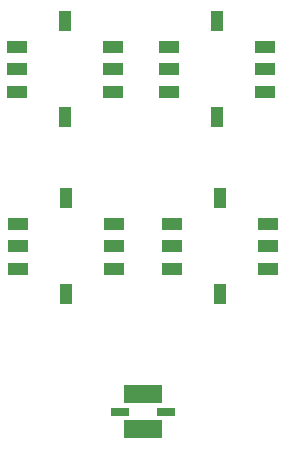
<source format=gtp>
G04 #@! TF.GenerationSoftware,KiCad,Pcbnew,(6.0.0)*
G04 #@! TF.CreationDate,2022-07-22T13:11:07+02:00*
G04 #@! TF.ProjectId,aliasing,616c6961-7369-46e6-972e-6b696361645f,rev?*
G04 #@! TF.SameCoordinates,Original*
G04 #@! TF.FileFunction,Paste,Top*
G04 #@! TF.FilePolarity,Positive*
%FSLAX46Y46*%
G04 Gerber Fmt 4.6, Leading zero omitted, Abs format (unit mm)*
G04 Created by KiCad (PCBNEW (6.0.0)) date 2022-07-22 13:11:07*
%MOMM*%
%LPD*%
G01*
G04 APERTURE LIST*
%ADD10R,1.600000X0.800000*%
%ADD11R,3.250000X1.500000*%
%ADD12R,1.778000X1.016000*%
%ADD13R,1.016000X1.778000*%
G04 APERTURE END LIST*
D10*
X158050000Y-79000000D03*
D11*
X160000000Y-80500000D03*
D10*
X161950000Y-79000000D03*
D11*
X160000000Y-77500000D03*
D12*
X162436000Y-63095000D03*
X162436000Y-65000000D03*
X162436000Y-66905000D03*
D13*
X166500000Y-69064000D03*
D12*
X170564000Y-66905000D03*
X170564000Y-65000000D03*
X170564000Y-63095000D03*
D13*
X166500000Y-60936000D03*
D12*
X149372000Y-48095000D03*
X149372000Y-50000000D03*
X149372000Y-51905000D03*
D13*
X153436000Y-54064000D03*
D12*
X157500000Y-51905000D03*
X157500000Y-50000000D03*
X157500000Y-48095000D03*
D13*
X153436000Y-45936000D03*
D12*
X149436000Y-63095000D03*
X149436000Y-65000000D03*
X149436000Y-66905000D03*
D13*
X153500000Y-69064000D03*
D12*
X157564000Y-66905000D03*
X157564000Y-65000000D03*
X157564000Y-63095000D03*
D13*
X153500000Y-60936000D03*
D12*
X162253000Y-48095000D03*
X162253000Y-50000000D03*
X162253000Y-51905000D03*
D13*
X166317000Y-54064000D03*
D12*
X170381000Y-51905000D03*
X170381000Y-50000000D03*
X170381000Y-48095000D03*
D13*
X166317000Y-45936000D03*
M02*

</source>
